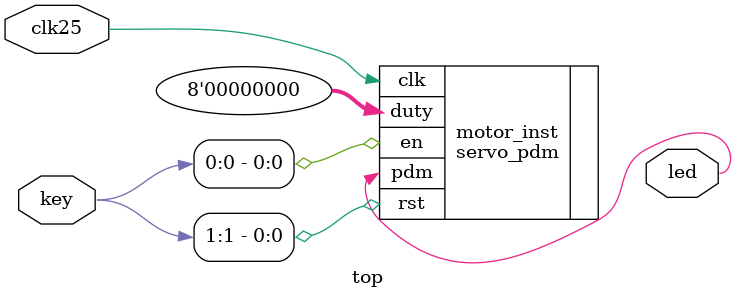
<source format=v>
module top (				// Declaring inputs and outputs according to the configuration file (karnix_cabga256.lpf)
	input wire clk25,		// For testing, frequency of clk25 must be set lower in configuration file (25 KHz for example) to see different pulse width on LED
	input wire [1:0] key,
	output wire led
);
	
	servo_pdm # (			// Creating an instance of servo_pdm module (servo_pdm.sv)
		.clk_hz(25000000),	 
		.cyc_hz(50),
		.pdm_hz(312500) 
	) motor_inst (
		.clk(clk25),
		.en(key[0]),
		.rst(key[1]),
		.duty(8'd0),	// Duty cycle is manually set here for test purposes
		.pdm(led)	// LED lights up showing pulse width
	);

endmodule

</source>
